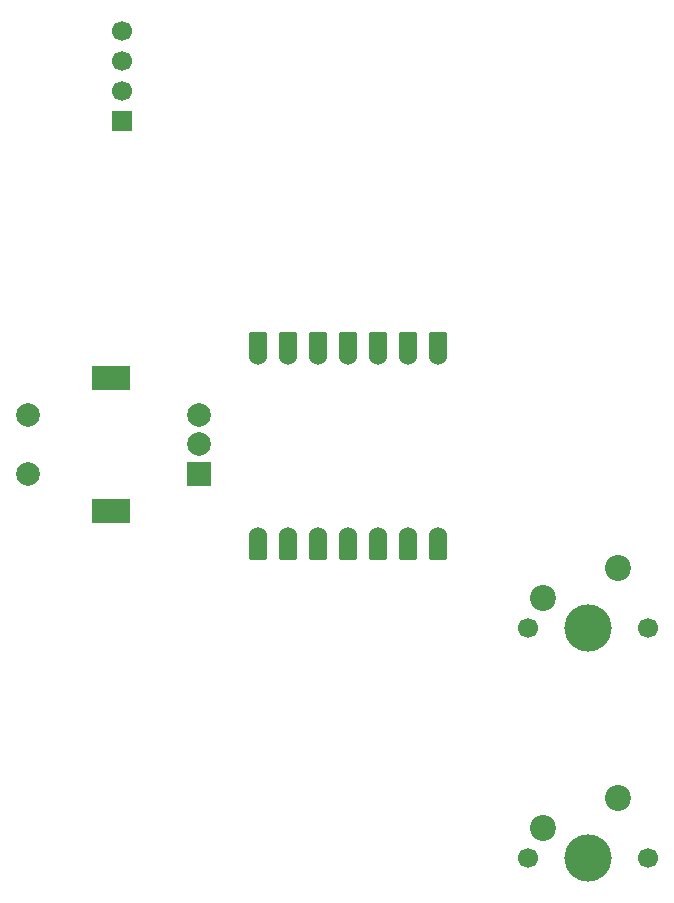
<source format=gbr>
%TF.GenerationSoftware,KiCad,Pcbnew,9.0.6*%
%TF.CreationDate,2026-01-20T16:19:18+01:00*%
%TF.ProjectId,new_project2,6e65775f-7072-46f6-9a65-6374322e6b69,rev?*%
%TF.SameCoordinates,Original*%
%TF.FileFunction,Soldermask,Top*%
%TF.FilePolarity,Negative*%
%FSLAX46Y46*%
G04 Gerber Fmt 4.6, Leading zero omitted, Abs format (unit mm)*
G04 Created by KiCad (PCBNEW 9.0.6) date 2026-01-20 16:19:18*
%MOMM*%
%LPD*%
G01*
G04 APERTURE LIST*
G04 Aperture macros list*
%AMRoundRect*
0 Rectangle with rounded corners*
0 $1 Rounding radius*
0 $2 $3 $4 $5 $6 $7 $8 $9 X,Y pos of 4 corners*
0 Add a 4 corners polygon primitive as box body*
4,1,4,$2,$3,$4,$5,$6,$7,$8,$9,$2,$3,0*
0 Add four circle primitives for the rounded corners*
1,1,$1+$1,$2,$3*
1,1,$1+$1,$4,$5*
1,1,$1+$1,$6,$7*
1,1,$1+$1,$8,$9*
0 Add four rect primitives between the rounded corners*
20,1,$1+$1,$2,$3,$4,$5,0*
20,1,$1+$1,$4,$5,$6,$7,0*
20,1,$1+$1,$6,$7,$8,$9,0*
20,1,$1+$1,$8,$9,$2,$3,0*%
G04 Aperture macros list end*
%ADD10R,2.000000X2.000000*%
%ADD11C,2.000000*%
%ADD12R,3.200000X2.000000*%
%ADD13RoundRect,0.152400X0.609600X-1.063600X0.609600X1.063600X-0.609600X1.063600X-0.609600X-1.063600X0*%
%ADD14C,1.524000*%
%ADD15RoundRect,0.152400X-0.609600X1.063600X-0.609600X-1.063600X0.609600X-1.063600X0.609600X1.063600X0*%
%ADD16C,1.700000*%
%ADD17C,4.000000*%
%ADD18C,2.200000*%
%ADD19R,1.700000X1.700000*%
G04 APERTURE END LIST*
D10*
%TO.C,SW1*%
X140000000Y-109500000D03*
D11*
X140000000Y-104500000D03*
X140000000Y-107000000D03*
D12*
X132500000Y-112600000D03*
X132500000Y-101400000D03*
D11*
X125500000Y-104500000D03*
X125500000Y-109500000D03*
%TD*%
D13*
%TO.C,U1*%
X160200000Y-98665000D03*
D14*
X160200000Y-99500000D03*
D13*
X157660000Y-98665000D03*
D14*
X157660000Y-99500000D03*
D13*
X155120000Y-98665000D03*
D14*
X155120000Y-99500000D03*
D13*
X152580000Y-98665000D03*
D14*
X152580000Y-99500000D03*
D13*
X150040000Y-98665000D03*
D14*
X150040000Y-99500000D03*
D13*
X147500000Y-98665000D03*
D14*
X147500000Y-99500000D03*
D13*
X144960000Y-98665000D03*
D14*
X144960000Y-99500000D03*
X144960000Y-114740000D03*
D15*
X144960000Y-115575000D03*
D14*
X147500000Y-114740000D03*
D15*
X147500000Y-115575000D03*
D14*
X150040000Y-114740000D03*
D15*
X150040000Y-115575000D03*
D14*
X152580000Y-114740000D03*
D15*
X152580000Y-115575000D03*
D14*
X155120000Y-114740000D03*
D15*
X155120000Y-115575000D03*
D14*
X157660000Y-114740000D03*
D15*
X157660000Y-115575000D03*
D14*
X160200000Y-114740000D03*
D15*
X160200000Y-115575000D03*
%TD*%
D16*
%TO.C,SW2*%
X167880000Y-122580000D03*
D17*
X172960000Y-122580000D03*
D16*
X178040000Y-122580000D03*
D18*
X175500000Y-117500000D03*
X169150000Y-120040000D03*
%TD*%
D16*
%TO.C,SW3*%
X167880000Y-142000000D03*
D17*
X172960000Y-142000000D03*
D16*
X178040000Y-142000000D03*
D18*
X175500000Y-136920000D03*
X169150000Y-139460000D03*
%TD*%
D19*
%TO.C,J1*%
X133500000Y-79620000D03*
D16*
X133500000Y-77080000D03*
X133500000Y-74540000D03*
X133500000Y-72000000D03*
%TD*%
M02*

</source>
